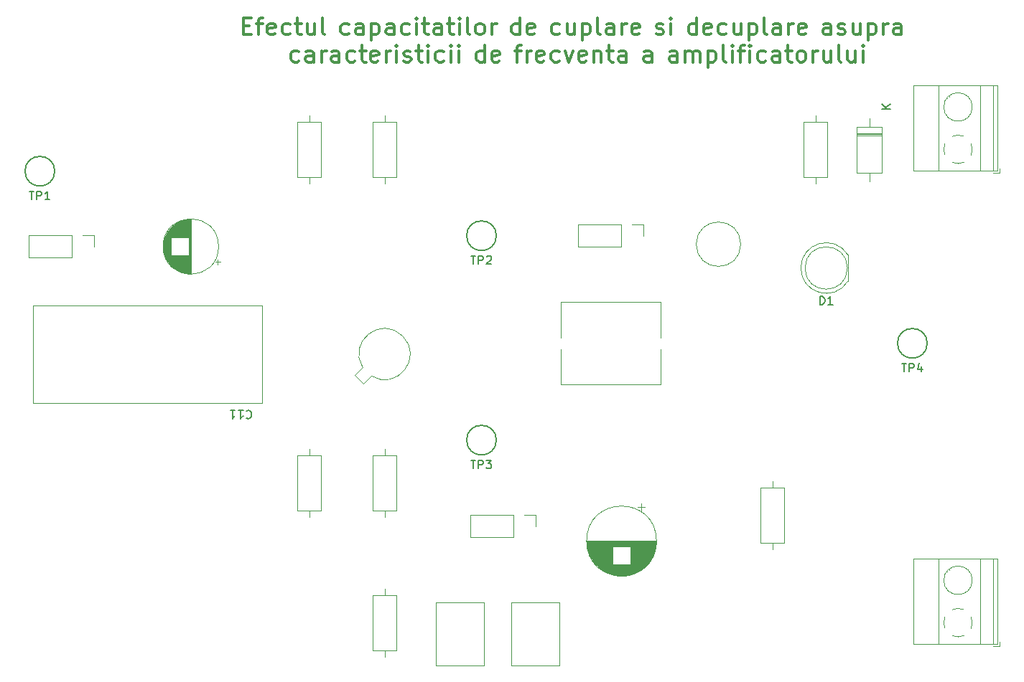
<source format=gbr>
%TF.GenerationSoftware,KiCad,Pcbnew,(7.0.0)*%
%TF.CreationDate,2023-03-04T17:35:51+02:00*%
%TF.ProjectId,Efectul cap de cuplaj si decuplare,45666563-7475-46c2-9063-617020646520,rev?*%
%TF.SameCoordinates,Original*%
%TF.FileFunction,Legend,Top*%
%TF.FilePolarity,Positive*%
%FSLAX46Y46*%
G04 Gerber Fmt 4.6, Leading zero omitted, Abs format (unit mm)*
G04 Created by KiCad (PCBNEW (7.0.0)) date 2023-03-04 17:35:51*
%MOMM*%
%LPD*%
G01*
G04 APERTURE LIST*
%ADD10C,0.300000*%
%ADD11C,0.150000*%
%ADD12C,0.120000*%
%ADD13C,0.050000*%
G04 APERTURE END LIST*
D10*
X134469521Y-47597142D02*
X135136188Y-47597142D01*
X135421902Y-48644761D02*
X134469521Y-48644761D01*
X134469521Y-48644761D02*
X134469521Y-46644761D01*
X134469521Y-46644761D02*
X135421902Y-46644761D01*
X135993331Y-47311428D02*
X136755235Y-47311428D01*
X136279045Y-48644761D02*
X136279045Y-46930476D01*
X136279045Y-46930476D02*
X136374283Y-46740000D01*
X136374283Y-46740000D02*
X136564759Y-46644761D01*
X136564759Y-46644761D02*
X136755235Y-46644761D01*
X138183807Y-48549523D02*
X137993331Y-48644761D01*
X137993331Y-48644761D02*
X137612378Y-48644761D01*
X137612378Y-48644761D02*
X137421902Y-48549523D01*
X137421902Y-48549523D02*
X137326664Y-48359047D01*
X137326664Y-48359047D02*
X137326664Y-47597142D01*
X137326664Y-47597142D02*
X137421902Y-47406666D01*
X137421902Y-47406666D02*
X137612378Y-47311428D01*
X137612378Y-47311428D02*
X137993331Y-47311428D01*
X137993331Y-47311428D02*
X138183807Y-47406666D01*
X138183807Y-47406666D02*
X138279045Y-47597142D01*
X138279045Y-47597142D02*
X138279045Y-47787619D01*
X138279045Y-47787619D02*
X137326664Y-47978095D01*
X139993331Y-48549523D02*
X139802855Y-48644761D01*
X139802855Y-48644761D02*
X139421902Y-48644761D01*
X139421902Y-48644761D02*
X139231426Y-48549523D01*
X139231426Y-48549523D02*
X139136188Y-48454285D01*
X139136188Y-48454285D02*
X139040950Y-48263809D01*
X139040950Y-48263809D02*
X139040950Y-47692380D01*
X139040950Y-47692380D02*
X139136188Y-47501904D01*
X139136188Y-47501904D02*
X139231426Y-47406666D01*
X139231426Y-47406666D02*
X139421902Y-47311428D01*
X139421902Y-47311428D02*
X139802855Y-47311428D01*
X139802855Y-47311428D02*
X139993331Y-47406666D01*
X140564760Y-47311428D02*
X141326664Y-47311428D01*
X140850474Y-46644761D02*
X140850474Y-48359047D01*
X140850474Y-48359047D02*
X140945712Y-48549523D01*
X140945712Y-48549523D02*
X141136188Y-48644761D01*
X141136188Y-48644761D02*
X141326664Y-48644761D01*
X142850474Y-47311428D02*
X142850474Y-48644761D01*
X141993331Y-47311428D02*
X141993331Y-48359047D01*
X141993331Y-48359047D02*
X142088569Y-48549523D01*
X142088569Y-48549523D02*
X142279045Y-48644761D01*
X142279045Y-48644761D02*
X142564760Y-48644761D01*
X142564760Y-48644761D02*
X142755236Y-48549523D01*
X142755236Y-48549523D02*
X142850474Y-48454285D01*
X144088569Y-48644761D02*
X143898093Y-48549523D01*
X143898093Y-48549523D02*
X143802855Y-48359047D01*
X143802855Y-48359047D02*
X143802855Y-46644761D01*
X146907617Y-48549523D02*
X146717141Y-48644761D01*
X146717141Y-48644761D02*
X146336188Y-48644761D01*
X146336188Y-48644761D02*
X146145712Y-48549523D01*
X146145712Y-48549523D02*
X146050474Y-48454285D01*
X146050474Y-48454285D02*
X145955236Y-48263809D01*
X145955236Y-48263809D02*
X145955236Y-47692380D01*
X145955236Y-47692380D02*
X146050474Y-47501904D01*
X146050474Y-47501904D02*
X146145712Y-47406666D01*
X146145712Y-47406666D02*
X146336188Y-47311428D01*
X146336188Y-47311428D02*
X146717141Y-47311428D01*
X146717141Y-47311428D02*
X146907617Y-47406666D01*
X148621903Y-48644761D02*
X148621903Y-47597142D01*
X148621903Y-47597142D02*
X148526665Y-47406666D01*
X148526665Y-47406666D02*
X148336189Y-47311428D01*
X148336189Y-47311428D02*
X147955236Y-47311428D01*
X147955236Y-47311428D02*
X147764760Y-47406666D01*
X148621903Y-48549523D02*
X148431427Y-48644761D01*
X148431427Y-48644761D02*
X147955236Y-48644761D01*
X147955236Y-48644761D02*
X147764760Y-48549523D01*
X147764760Y-48549523D02*
X147669522Y-48359047D01*
X147669522Y-48359047D02*
X147669522Y-48168571D01*
X147669522Y-48168571D02*
X147764760Y-47978095D01*
X147764760Y-47978095D02*
X147955236Y-47882857D01*
X147955236Y-47882857D02*
X148431427Y-47882857D01*
X148431427Y-47882857D02*
X148621903Y-47787619D01*
X149574284Y-47311428D02*
X149574284Y-49311428D01*
X149574284Y-47406666D02*
X149764760Y-47311428D01*
X149764760Y-47311428D02*
X150145713Y-47311428D01*
X150145713Y-47311428D02*
X150336189Y-47406666D01*
X150336189Y-47406666D02*
X150431427Y-47501904D01*
X150431427Y-47501904D02*
X150526665Y-47692380D01*
X150526665Y-47692380D02*
X150526665Y-48263809D01*
X150526665Y-48263809D02*
X150431427Y-48454285D01*
X150431427Y-48454285D02*
X150336189Y-48549523D01*
X150336189Y-48549523D02*
X150145713Y-48644761D01*
X150145713Y-48644761D02*
X149764760Y-48644761D01*
X149764760Y-48644761D02*
X149574284Y-48549523D01*
X152240951Y-48644761D02*
X152240951Y-47597142D01*
X152240951Y-47597142D02*
X152145713Y-47406666D01*
X152145713Y-47406666D02*
X151955237Y-47311428D01*
X151955237Y-47311428D02*
X151574284Y-47311428D01*
X151574284Y-47311428D02*
X151383808Y-47406666D01*
X152240951Y-48549523D02*
X152050475Y-48644761D01*
X152050475Y-48644761D02*
X151574284Y-48644761D01*
X151574284Y-48644761D02*
X151383808Y-48549523D01*
X151383808Y-48549523D02*
X151288570Y-48359047D01*
X151288570Y-48359047D02*
X151288570Y-48168571D01*
X151288570Y-48168571D02*
X151383808Y-47978095D01*
X151383808Y-47978095D02*
X151574284Y-47882857D01*
X151574284Y-47882857D02*
X152050475Y-47882857D01*
X152050475Y-47882857D02*
X152240951Y-47787619D01*
X154050475Y-48549523D02*
X153859999Y-48644761D01*
X153859999Y-48644761D02*
X153479046Y-48644761D01*
X153479046Y-48644761D02*
X153288570Y-48549523D01*
X153288570Y-48549523D02*
X153193332Y-48454285D01*
X153193332Y-48454285D02*
X153098094Y-48263809D01*
X153098094Y-48263809D02*
X153098094Y-47692380D01*
X153098094Y-47692380D02*
X153193332Y-47501904D01*
X153193332Y-47501904D02*
X153288570Y-47406666D01*
X153288570Y-47406666D02*
X153479046Y-47311428D01*
X153479046Y-47311428D02*
X153859999Y-47311428D01*
X153859999Y-47311428D02*
X154050475Y-47406666D01*
X154907618Y-48644761D02*
X154907618Y-47311428D01*
X154907618Y-46644761D02*
X154812380Y-46740000D01*
X154812380Y-46740000D02*
X154907618Y-46835238D01*
X154907618Y-46835238D02*
X155002856Y-46740000D01*
X155002856Y-46740000D02*
X154907618Y-46644761D01*
X154907618Y-46644761D02*
X154907618Y-46835238D01*
X155574285Y-47311428D02*
X156336189Y-47311428D01*
X155859999Y-46644761D02*
X155859999Y-48359047D01*
X155859999Y-48359047D02*
X155955237Y-48549523D01*
X155955237Y-48549523D02*
X156145713Y-48644761D01*
X156145713Y-48644761D02*
X156336189Y-48644761D01*
X157859999Y-48644761D02*
X157859999Y-47597142D01*
X157859999Y-47597142D02*
X157764761Y-47406666D01*
X157764761Y-47406666D02*
X157574285Y-47311428D01*
X157574285Y-47311428D02*
X157193332Y-47311428D01*
X157193332Y-47311428D02*
X157002856Y-47406666D01*
X157859999Y-48549523D02*
X157669523Y-48644761D01*
X157669523Y-48644761D02*
X157193332Y-48644761D01*
X157193332Y-48644761D02*
X157002856Y-48549523D01*
X157002856Y-48549523D02*
X156907618Y-48359047D01*
X156907618Y-48359047D02*
X156907618Y-48168571D01*
X156907618Y-48168571D02*
X157002856Y-47978095D01*
X157002856Y-47978095D02*
X157193332Y-47882857D01*
X157193332Y-47882857D02*
X157669523Y-47882857D01*
X157669523Y-47882857D02*
X157859999Y-47787619D01*
X158526666Y-47311428D02*
X159288570Y-47311428D01*
X158812380Y-46644761D02*
X158812380Y-48359047D01*
X158812380Y-48359047D02*
X158907618Y-48549523D01*
X158907618Y-48549523D02*
X159098094Y-48644761D01*
X159098094Y-48644761D02*
X159288570Y-48644761D01*
X159955237Y-48644761D02*
X159955237Y-47311428D01*
X159955237Y-46644761D02*
X159859999Y-46740000D01*
X159859999Y-46740000D02*
X159955237Y-46835238D01*
X159955237Y-46835238D02*
X160050475Y-46740000D01*
X160050475Y-46740000D02*
X159955237Y-46644761D01*
X159955237Y-46644761D02*
X159955237Y-46835238D01*
X161193332Y-48644761D02*
X161002856Y-48549523D01*
X161002856Y-48549523D02*
X160907618Y-48359047D01*
X160907618Y-48359047D02*
X160907618Y-46644761D01*
X162240951Y-48644761D02*
X162050475Y-48549523D01*
X162050475Y-48549523D02*
X161955237Y-48454285D01*
X161955237Y-48454285D02*
X161859999Y-48263809D01*
X161859999Y-48263809D02*
X161859999Y-47692380D01*
X161859999Y-47692380D02*
X161955237Y-47501904D01*
X161955237Y-47501904D02*
X162050475Y-47406666D01*
X162050475Y-47406666D02*
X162240951Y-47311428D01*
X162240951Y-47311428D02*
X162526666Y-47311428D01*
X162526666Y-47311428D02*
X162717142Y-47406666D01*
X162717142Y-47406666D02*
X162812380Y-47501904D01*
X162812380Y-47501904D02*
X162907618Y-47692380D01*
X162907618Y-47692380D02*
X162907618Y-48263809D01*
X162907618Y-48263809D02*
X162812380Y-48454285D01*
X162812380Y-48454285D02*
X162717142Y-48549523D01*
X162717142Y-48549523D02*
X162526666Y-48644761D01*
X162526666Y-48644761D02*
X162240951Y-48644761D01*
X163764761Y-48644761D02*
X163764761Y-47311428D01*
X163764761Y-47692380D02*
X163859999Y-47501904D01*
X163859999Y-47501904D02*
X163955237Y-47406666D01*
X163955237Y-47406666D02*
X164145713Y-47311428D01*
X164145713Y-47311428D02*
X164336190Y-47311428D01*
X167059999Y-48644761D02*
X167059999Y-46644761D01*
X167059999Y-48549523D02*
X166869523Y-48644761D01*
X166869523Y-48644761D02*
X166488570Y-48644761D01*
X166488570Y-48644761D02*
X166298094Y-48549523D01*
X166298094Y-48549523D02*
X166202856Y-48454285D01*
X166202856Y-48454285D02*
X166107618Y-48263809D01*
X166107618Y-48263809D02*
X166107618Y-47692380D01*
X166107618Y-47692380D02*
X166202856Y-47501904D01*
X166202856Y-47501904D02*
X166298094Y-47406666D01*
X166298094Y-47406666D02*
X166488570Y-47311428D01*
X166488570Y-47311428D02*
X166869523Y-47311428D01*
X166869523Y-47311428D02*
X167059999Y-47406666D01*
X168774285Y-48549523D02*
X168583809Y-48644761D01*
X168583809Y-48644761D02*
X168202856Y-48644761D01*
X168202856Y-48644761D02*
X168012380Y-48549523D01*
X168012380Y-48549523D02*
X167917142Y-48359047D01*
X167917142Y-48359047D02*
X167917142Y-47597142D01*
X167917142Y-47597142D02*
X168012380Y-47406666D01*
X168012380Y-47406666D02*
X168202856Y-47311428D01*
X168202856Y-47311428D02*
X168583809Y-47311428D01*
X168583809Y-47311428D02*
X168774285Y-47406666D01*
X168774285Y-47406666D02*
X168869523Y-47597142D01*
X168869523Y-47597142D02*
X168869523Y-47787619D01*
X168869523Y-47787619D02*
X167917142Y-47978095D01*
X171783809Y-48549523D02*
X171593333Y-48644761D01*
X171593333Y-48644761D02*
X171212380Y-48644761D01*
X171212380Y-48644761D02*
X171021904Y-48549523D01*
X171021904Y-48549523D02*
X170926666Y-48454285D01*
X170926666Y-48454285D02*
X170831428Y-48263809D01*
X170831428Y-48263809D02*
X170831428Y-47692380D01*
X170831428Y-47692380D02*
X170926666Y-47501904D01*
X170926666Y-47501904D02*
X171021904Y-47406666D01*
X171021904Y-47406666D02*
X171212380Y-47311428D01*
X171212380Y-47311428D02*
X171593333Y-47311428D01*
X171593333Y-47311428D02*
X171783809Y-47406666D01*
X173498095Y-47311428D02*
X173498095Y-48644761D01*
X172640952Y-47311428D02*
X172640952Y-48359047D01*
X172640952Y-48359047D02*
X172736190Y-48549523D01*
X172736190Y-48549523D02*
X172926666Y-48644761D01*
X172926666Y-48644761D02*
X173212381Y-48644761D01*
X173212381Y-48644761D02*
X173402857Y-48549523D01*
X173402857Y-48549523D02*
X173498095Y-48454285D01*
X174450476Y-47311428D02*
X174450476Y-49311428D01*
X174450476Y-47406666D02*
X174640952Y-47311428D01*
X174640952Y-47311428D02*
X175021905Y-47311428D01*
X175021905Y-47311428D02*
X175212381Y-47406666D01*
X175212381Y-47406666D02*
X175307619Y-47501904D01*
X175307619Y-47501904D02*
X175402857Y-47692380D01*
X175402857Y-47692380D02*
X175402857Y-48263809D01*
X175402857Y-48263809D02*
X175307619Y-48454285D01*
X175307619Y-48454285D02*
X175212381Y-48549523D01*
X175212381Y-48549523D02*
X175021905Y-48644761D01*
X175021905Y-48644761D02*
X174640952Y-48644761D01*
X174640952Y-48644761D02*
X174450476Y-48549523D01*
X176545714Y-48644761D02*
X176355238Y-48549523D01*
X176355238Y-48549523D02*
X176260000Y-48359047D01*
X176260000Y-48359047D02*
X176260000Y-46644761D01*
X178164762Y-48644761D02*
X178164762Y-47597142D01*
X178164762Y-47597142D02*
X178069524Y-47406666D01*
X178069524Y-47406666D02*
X177879048Y-47311428D01*
X177879048Y-47311428D02*
X177498095Y-47311428D01*
X177498095Y-47311428D02*
X177307619Y-47406666D01*
X178164762Y-48549523D02*
X177974286Y-48644761D01*
X177974286Y-48644761D02*
X177498095Y-48644761D01*
X177498095Y-48644761D02*
X177307619Y-48549523D01*
X177307619Y-48549523D02*
X177212381Y-48359047D01*
X177212381Y-48359047D02*
X177212381Y-48168571D01*
X177212381Y-48168571D02*
X177307619Y-47978095D01*
X177307619Y-47978095D02*
X177498095Y-47882857D01*
X177498095Y-47882857D02*
X177974286Y-47882857D01*
X177974286Y-47882857D02*
X178164762Y-47787619D01*
X179117143Y-48644761D02*
X179117143Y-47311428D01*
X179117143Y-47692380D02*
X179212381Y-47501904D01*
X179212381Y-47501904D02*
X179307619Y-47406666D01*
X179307619Y-47406666D02*
X179498095Y-47311428D01*
X179498095Y-47311428D02*
X179688572Y-47311428D01*
X181117143Y-48549523D02*
X180926667Y-48644761D01*
X180926667Y-48644761D02*
X180545714Y-48644761D01*
X180545714Y-48644761D02*
X180355238Y-48549523D01*
X180355238Y-48549523D02*
X180260000Y-48359047D01*
X180260000Y-48359047D02*
X180260000Y-47597142D01*
X180260000Y-47597142D02*
X180355238Y-47406666D01*
X180355238Y-47406666D02*
X180545714Y-47311428D01*
X180545714Y-47311428D02*
X180926667Y-47311428D01*
X180926667Y-47311428D02*
X181117143Y-47406666D01*
X181117143Y-47406666D02*
X181212381Y-47597142D01*
X181212381Y-47597142D02*
X181212381Y-47787619D01*
X181212381Y-47787619D02*
X180260000Y-47978095D01*
X183174286Y-48549523D02*
X183364762Y-48644761D01*
X183364762Y-48644761D02*
X183745714Y-48644761D01*
X183745714Y-48644761D02*
X183936191Y-48549523D01*
X183936191Y-48549523D02*
X184031429Y-48359047D01*
X184031429Y-48359047D02*
X184031429Y-48263809D01*
X184031429Y-48263809D02*
X183936191Y-48073333D01*
X183936191Y-48073333D02*
X183745714Y-47978095D01*
X183745714Y-47978095D02*
X183460000Y-47978095D01*
X183460000Y-47978095D02*
X183269524Y-47882857D01*
X183269524Y-47882857D02*
X183174286Y-47692380D01*
X183174286Y-47692380D02*
X183174286Y-47597142D01*
X183174286Y-47597142D02*
X183269524Y-47406666D01*
X183269524Y-47406666D02*
X183460000Y-47311428D01*
X183460000Y-47311428D02*
X183745714Y-47311428D01*
X183745714Y-47311428D02*
X183936191Y-47406666D01*
X184888572Y-48644761D02*
X184888572Y-47311428D01*
X184888572Y-46644761D02*
X184793334Y-46740000D01*
X184793334Y-46740000D02*
X184888572Y-46835238D01*
X184888572Y-46835238D02*
X184983810Y-46740000D01*
X184983810Y-46740000D02*
X184888572Y-46644761D01*
X184888572Y-46644761D02*
X184888572Y-46835238D01*
X187898096Y-48644761D02*
X187898096Y-46644761D01*
X187898096Y-48549523D02*
X187707620Y-48644761D01*
X187707620Y-48644761D02*
X187326667Y-48644761D01*
X187326667Y-48644761D02*
X187136191Y-48549523D01*
X187136191Y-48549523D02*
X187040953Y-48454285D01*
X187040953Y-48454285D02*
X186945715Y-48263809D01*
X186945715Y-48263809D02*
X186945715Y-47692380D01*
X186945715Y-47692380D02*
X187040953Y-47501904D01*
X187040953Y-47501904D02*
X187136191Y-47406666D01*
X187136191Y-47406666D02*
X187326667Y-47311428D01*
X187326667Y-47311428D02*
X187707620Y-47311428D01*
X187707620Y-47311428D02*
X187898096Y-47406666D01*
X189612382Y-48549523D02*
X189421906Y-48644761D01*
X189421906Y-48644761D02*
X189040953Y-48644761D01*
X189040953Y-48644761D02*
X188850477Y-48549523D01*
X188850477Y-48549523D02*
X188755239Y-48359047D01*
X188755239Y-48359047D02*
X188755239Y-47597142D01*
X188755239Y-47597142D02*
X188850477Y-47406666D01*
X188850477Y-47406666D02*
X189040953Y-47311428D01*
X189040953Y-47311428D02*
X189421906Y-47311428D01*
X189421906Y-47311428D02*
X189612382Y-47406666D01*
X189612382Y-47406666D02*
X189707620Y-47597142D01*
X189707620Y-47597142D02*
X189707620Y-47787619D01*
X189707620Y-47787619D02*
X188755239Y-47978095D01*
X191421906Y-48549523D02*
X191231430Y-48644761D01*
X191231430Y-48644761D02*
X190850477Y-48644761D01*
X190850477Y-48644761D02*
X190660001Y-48549523D01*
X190660001Y-48549523D02*
X190564763Y-48454285D01*
X190564763Y-48454285D02*
X190469525Y-48263809D01*
X190469525Y-48263809D02*
X190469525Y-47692380D01*
X190469525Y-47692380D02*
X190564763Y-47501904D01*
X190564763Y-47501904D02*
X190660001Y-47406666D01*
X190660001Y-47406666D02*
X190850477Y-47311428D01*
X190850477Y-47311428D02*
X191231430Y-47311428D01*
X191231430Y-47311428D02*
X191421906Y-47406666D01*
X193136192Y-47311428D02*
X193136192Y-48644761D01*
X192279049Y-47311428D02*
X192279049Y-48359047D01*
X192279049Y-48359047D02*
X192374287Y-48549523D01*
X192374287Y-48549523D02*
X192564763Y-48644761D01*
X192564763Y-48644761D02*
X192850478Y-48644761D01*
X192850478Y-48644761D02*
X193040954Y-48549523D01*
X193040954Y-48549523D02*
X193136192Y-48454285D01*
X194088573Y-47311428D02*
X194088573Y-49311428D01*
X194088573Y-47406666D02*
X194279049Y-47311428D01*
X194279049Y-47311428D02*
X194660002Y-47311428D01*
X194660002Y-47311428D02*
X194850478Y-47406666D01*
X194850478Y-47406666D02*
X194945716Y-47501904D01*
X194945716Y-47501904D02*
X195040954Y-47692380D01*
X195040954Y-47692380D02*
X195040954Y-48263809D01*
X195040954Y-48263809D02*
X194945716Y-48454285D01*
X194945716Y-48454285D02*
X194850478Y-48549523D01*
X194850478Y-48549523D02*
X194660002Y-48644761D01*
X194660002Y-48644761D02*
X194279049Y-48644761D01*
X194279049Y-48644761D02*
X194088573Y-48549523D01*
X196183811Y-48644761D02*
X195993335Y-48549523D01*
X195993335Y-48549523D02*
X195898097Y-48359047D01*
X195898097Y-48359047D02*
X195898097Y-46644761D01*
X197802859Y-48644761D02*
X197802859Y-47597142D01*
X197802859Y-47597142D02*
X197707621Y-47406666D01*
X197707621Y-47406666D02*
X197517145Y-47311428D01*
X197517145Y-47311428D02*
X197136192Y-47311428D01*
X197136192Y-47311428D02*
X196945716Y-47406666D01*
X197802859Y-48549523D02*
X197612383Y-48644761D01*
X197612383Y-48644761D02*
X197136192Y-48644761D01*
X197136192Y-48644761D02*
X196945716Y-48549523D01*
X196945716Y-48549523D02*
X196850478Y-48359047D01*
X196850478Y-48359047D02*
X196850478Y-48168571D01*
X196850478Y-48168571D02*
X196945716Y-47978095D01*
X196945716Y-47978095D02*
X197136192Y-47882857D01*
X197136192Y-47882857D02*
X197612383Y-47882857D01*
X197612383Y-47882857D02*
X197802859Y-47787619D01*
X198755240Y-48644761D02*
X198755240Y-47311428D01*
X198755240Y-47692380D02*
X198850478Y-47501904D01*
X198850478Y-47501904D02*
X198945716Y-47406666D01*
X198945716Y-47406666D02*
X199136192Y-47311428D01*
X199136192Y-47311428D02*
X199326669Y-47311428D01*
X200755240Y-48549523D02*
X200564764Y-48644761D01*
X200564764Y-48644761D02*
X200183811Y-48644761D01*
X200183811Y-48644761D02*
X199993335Y-48549523D01*
X199993335Y-48549523D02*
X199898097Y-48359047D01*
X199898097Y-48359047D02*
X199898097Y-47597142D01*
X199898097Y-47597142D02*
X199993335Y-47406666D01*
X199993335Y-47406666D02*
X200183811Y-47311428D01*
X200183811Y-47311428D02*
X200564764Y-47311428D01*
X200564764Y-47311428D02*
X200755240Y-47406666D01*
X200755240Y-47406666D02*
X200850478Y-47597142D01*
X200850478Y-47597142D02*
X200850478Y-47787619D01*
X200850478Y-47787619D02*
X199898097Y-47978095D01*
X203764764Y-48644761D02*
X203764764Y-47597142D01*
X203764764Y-47597142D02*
X203669526Y-47406666D01*
X203669526Y-47406666D02*
X203479050Y-47311428D01*
X203479050Y-47311428D02*
X203098097Y-47311428D01*
X203098097Y-47311428D02*
X202907621Y-47406666D01*
X203764764Y-48549523D02*
X203574288Y-48644761D01*
X203574288Y-48644761D02*
X203098097Y-48644761D01*
X203098097Y-48644761D02*
X202907621Y-48549523D01*
X202907621Y-48549523D02*
X202812383Y-48359047D01*
X202812383Y-48359047D02*
X202812383Y-48168571D01*
X202812383Y-48168571D02*
X202907621Y-47978095D01*
X202907621Y-47978095D02*
X203098097Y-47882857D01*
X203098097Y-47882857D02*
X203574288Y-47882857D01*
X203574288Y-47882857D02*
X203764764Y-47787619D01*
X204621907Y-48549523D02*
X204812383Y-48644761D01*
X204812383Y-48644761D02*
X205193335Y-48644761D01*
X205193335Y-48644761D02*
X205383812Y-48549523D01*
X205383812Y-48549523D02*
X205479050Y-48359047D01*
X205479050Y-48359047D02*
X205479050Y-48263809D01*
X205479050Y-48263809D02*
X205383812Y-48073333D01*
X205383812Y-48073333D02*
X205193335Y-47978095D01*
X205193335Y-47978095D02*
X204907621Y-47978095D01*
X204907621Y-47978095D02*
X204717145Y-47882857D01*
X204717145Y-47882857D02*
X204621907Y-47692380D01*
X204621907Y-47692380D02*
X204621907Y-47597142D01*
X204621907Y-47597142D02*
X204717145Y-47406666D01*
X204717145Y-47406666D02*
X204907621Y-47311428D01*
X204907621Y-47311428D02*
X205193335Y-47311428D01*
X205193335Y-47311428D02*
X205383812Y-47406666D01*
X207193336Y-47311428D02*
X207193336Y-48644761D01*
X206336193Y-47311428D02*
X206336193Y-48359047D01*
X206336193Y-48359047D02*
X206431431Y-48549523D01*
X206431431Y-48549523D02*
X206621907Y-48644761D01*
X206621907Y-48644761D02*
X206907622Y-48644761D01*
X206907622Y-48644761D02*
X207098098Y-48549523D01*
X207098098Y-48549523D02*
X207193336Y-48454285D01*
X208145717Y-47311428D02*
X208145717Y-49311428D01*
X208145717Y-47406666D02*
X208336193Y-47311428D01*
X208336193Y-47311428D02*
X208717146Y-47311428D01*
X208717146Y-47311428D02*
X208907622Y-47406666D01*
X208907622Y-47406666D02*
X209002860Y-47501904D01*
X209002860Y-47501904D02*
X209098098Y-47692380D01*
X209098098Y-47692380D02*
X209098098Y-48263809D01*
X209098098Y-48263809D02*
X209002860Y-48454285D01*
X209002860Y-48454285D02*
X208907622Y-48549523D01*
X208907622Y-48549523D02*
X208717146Y-48644761D01*
X208717146Y-48644761D02*
X208336193Y-48644761D01*
X208336193Y-48644761D02*
X208145717Y-48549523D01*
X209955241Y-48644761D02*
X209955241Y-47311428D01*
X209955241Y-47692380D02*
X210050479Y-47501904D01*
X210050479Y-47501904D02*
X210145717Y-47406666D01*
X210145717Y-47406666D02*
X210336193Y-47311428D01*
X210336193Y-47311428D02*
X210526670Y-47311428D01*
X212050479Y-48644761D02*
X212050479Y-47597142D01*
X212050479Y-47597142D02*
X211955241Y-47406666D01*
X211955241Y-47406666D02*
X211764765Y-47311428D01*
X211764765Y-47311428D02*
X211383812Y-47311428D01*
X211383812Y-47311428D02*
X211193336Y-47406666D01*
X212050479Y-48549523D02*
X211860003Y-48644761D01*
X211860003Y-48644761D02*
X211383812Y-48644761D01*
X211383812Y-48644761D02*
X211193336Y-48549523D01*
X211193336Y-48549523D02*
X211098098Y-48359047D01*
X211098098Y-48359047D02*
X211098098Y-48168571D01*
X211098098Y-48168571D02*
X211193336Y-47978095D01*
X211193336Y-47978095D02*
X211383812Y-47882857D01*
X211383812Y-47882857D02*
X211860003Y-47882857D01*
X211860003Y-47882857D02*
X212050479Y-47787619D01*
X141031426Y-51789523D02*
X140840950Y-51884761D01*
X140840950Y-51884761D02*
X140459997Y-51884761D01*
X140459997Y-51884761D02*
X140269521Y-51789523D01*
X140269521Y-51789523D02*
X140174283Y-51694285D01*
X140174283Y-51694285D02*
X140079045Y-51503809D01*
X140079045Y-51503809D02*
X140079045Y-50932380D01*
X140079045Y-50932380D02*
X140174283Y-50741904D01*
X140174283Y-50741904D02*
X140269521Y-50646666D01*
X140269521Y-50646666D02*
X140459997Y-50551428D01*
X140459997Y-50551428D02*
X140840950Y-50551428D01*
X140840950Y-50551428D02*
X141031426Y-50646666D01*
X142745712Y-51884761D02*
X142745712Y-50837142D01*
X142745712Y-50837142D02*
X142650474Y-50646666D01*
X142650474Y-50646666D02*
X142459998Y-50551428D01*
X142459998Y-50551428D02*
X142079045Y-50551428D01*
X142079045Y-50551428D02*
X141888569Y-50646666D01*
X142745712Y-51789523D02*
X142555236Y-51884761D01*
X142555236Y-51884761D02*
X142079045Y-51884761D01*
X142079045Y-51884761D02*
X141888569Y-51789523D01*
X141888569Y-51789523D02*
X141793331Y-51599047D01*
X141793331Y-51599047D02*
X141793331Y-51408571D01*
X141793331Y-51408571D02*
X141888569Y-51218095D01*
X141888569Y-51218095D02*
X142079045Y-51122857D01*
X142079045Y-51122857D02*
X142555236Y-51122857D01*
X142555236Y-51122857D02*
X142745712Y-51027619D01*
X143698093Y-51884761D02*
X143698093Y-50551428D01*
X143698093Y-50932380D02*
X143793331Y-50741904D01*
X143793331Y-50741904D02*
X143888569Y-50646666D01*
X143888569Y-50646666D02*
X144079045Y-50551428D01*
X144079045Y-50551428D02*
X144269522Y-50551428D01*
X145793331Y-51884761D02*
X145793331Y-50837142D01*
X145793331Y-50837142D02*
X145698093Y-50646666D01*
X145698093Y-50646666D02*
X145507617Y-50551428D01*
X145507617Y-50551428D02*
X145126664Y-50551428D01*
X145126664Y-50551428D02*
X144936188Y-50646666D01*
X145793331Y-51789523D02*
X145602855Y-51884761D01*
X145602855Y-51884761D02*
X145126664Y-51884761D01*
X145126664Y-51884761D02*
X144936188Y-51789523D01*
X144936188Y-51789523D02*
X144840950Y-51599047D01*
X144840950Y-51599047D02*
X144840950Y-51408571D01*
X144840950Y-51408571D02*
X144936188Y-51218095D01*
X144936188Y-51218095D02*
X145126664Y-51122857D01*
X145126664Y-51122857D02*
X145602855Y-51122857D01*
X145602855Y-51122857D02*
X145793331Y-51027619D01*
X147602855Y-51789523D02*
X147412379Y-51884761D01*
X147412379Y-51884761D02*
X147031426Y-51884761D01*
X147031426Y-51884761D02*
X146840950Y-51789523D01*
X146840950Y-51789523D02*
X146745712Y-51694285D01*
X146745712Y-51694285D02*
X146650474Y-51503809D01*
X146650474Y-51503809D02*
X146650474Y-50932380D01*
X146650474Y-50932380D02*
X146745712Y-50741904D01*
X146745712Y-50741904D02*
X146840950Y-50646666D01*
X146840950Y-50646666D02*
X147031426Y-50551428D01*
X147031426Y-50551428D02*
X147412379Y-50551428D01*
X147412379Y-50551428D02*
X147602855Y-50646666D01*
X148174284Y-50551428D02*
X148936188Y-50551428D01*
X148459998Y-49884761D02*
X148459998Y-51599047D01*
X148459998Y-51599047D02*
X148555236Y-51789523D01*
X148555236Y-51789523D02*
X148745712Y-51884761D01*
X148745712Y-51884761D02*
X148936188Y-51884761D01*
X150364760Y-51789523D02*
X150174284Y-51884761D01*
X150174284Y-51884761D02*
X149793331Y-51884761D01*
X149793331Y-51884761D02*
X149602855Y-51789523D01*
X149602855Y-51789523D02*
X149507617Y-51599047D01*
X149507617Y-51599047D02*
X149507617Y-50837142D01*
X149507617Y-50837142D02*
X149602855Y-50646666D01*
X149602855Y-50646666D02*
X149793331Y-50551428D01*
X149793331Y-50551428D02*
X150174284Y-50551428D01*
X150174284Y-50551428D02*
X150364760Y-50646666D01*
X150364760Y-50646666D02*
X150459998Y-50837142D01*
X150459998Y-50837142D02*
X150459998Y-51027619D01*
X150459998Y-51027619D02*
X149507617Y-51218095D01*
X151317141Y-51884761D02*
X151317141Y-50551428D01*
X151317141Y-50932380D02*
X151412379Y-50741904D01*
X151412379Y-50741904D02*
X151507617Y-50646666D01*
X151507617Y-50646666D02*
X151698093Y-50551428D01*
X151698093Y-50551428D02*
X151888570Y-50551428D01*
X152555236Y-51884761D02*
X152555236Y-50551428D01*
X152555236Y-49884761D02*
X152459998Y-49980000D01*
X152459998Y-49980000D02*
X152555236Y-50075238D01*
X152555236Y-50075238D02*
X152650474Y-49980000D01*
X152650474Y-49980000D02*
X152555236Y-49884761D01*
X152555236Y-49884761D02*
X152555236Y-50075238D01*
X153412379Y-51789523D02*
X153602855Y-51884761D01*
X153602855Y-51884761D02*
X153983807Y-51884761D01*
X153983807Y-51884761D02*
X154174284Y-51789523D01*
X154174284Y-51789523D02*
X154269522Y-51599047D01*
X154269522Y-51599047D02*
X154269522Y-51503809D01*
X154269522Y-51503809D02*
X154174284Y-51313333D01*
X154174284Y-51313333D02*
X153983807Y-51218095D01*
X153983807Y-51218095D02*
X153698093Y-51218095D01*
X153698093Y-51218095D02*
X153507617Y-51122857D01*
X153507617Y-51122857D02*
X153412379Y-50932380D01*
X153412379Y-50932380D02*
X153412379Y-50837142D01*
X153412379Y-50837142D02*
X153507617Y-50646666D01*
X153507617Y-50646666D02*
X153698093Y-50551428D01*
X153698093Y-50551428D02*
X153983807Y-50551428D01*
X153983807Y-50551428D02*
X154174284Y-50646666D01*
X154840951Y-50551428D02*
X155602855Y-50551428D01*
X155126665Y-49884761D02*
X155126665Y-51599047D01*
X155126665Y-51599047D02*
X155221903Y-51789523D01*
X155221903Y-51789523D02*
X155412379Y-51884761D01*
X155412379Y-51884761D02*
X155602855Y-51884761D01*
X156269522Y-51884761D02*
X156269522Y-50551428D01*
X156269522Y-49884761D02*
X156174284Y-49980000D01*
X156174284Y-49980000D02*
X156269522Y-50075238D01*
X156269522Y-50075238D02*
X156364760Y-49980000D01*
X156364760Y-49980000D02*
X156269522Y-49884761D01*
X156269522Y-49884761D02*
X156269522Y-50075238D01*
X158079046Y-51789523D02*
X157888570Y-51884761D01*
X157888570Y-51884761D02*
X157507617Y-51884761D01*
X157507617Y-51884761D02*
X157317141Y-51789523D01*
X157317141Y-51789523D02*
X157221903Y-51694285D01*
X157221903Y-51694285D02*
X157126665Y-51503809D01*
X157126665Y-51503809D02*
X157126665Y-50932380D01*
X157126665Y-50932380D02*
X157221903Y-50741904D01*
X157221903Y-50741904D02*
X157317141Y-50646666D01*
X157317141Y-50646666D02*
X157507617Y-50551428D01*
X157507617Y-50551428D02*
X157888570Y-50551428D01*
X157888570Y-50551428D02*
X158079046Y-50646666D01*
X158936189Y-51884761D02*
X158936189Y-50551428D01*
X158936189Y-49884761D02*
X158840951Y-49980000D01*
X158840951Y-49980000D02*
X158936189Y-50075238D01*
X158936189Y-50075238D02*
X159031427Y-49980000D01*
X159031427Y-49980000D02*
X158936189Y-49884761D01*
X158936189Y-49884761D02*
X158936189Y-50075238D01*
X159888570Y-51884761D02*
X159888570Y-50551428D01*
X159888570Y-49884761D02*
X159793332Y-49980000D01*
X159793332Y-49980000D02*
X159888570Y-50075238D01*
X159888570Y-50075238D02*
X159983808Y-49980000D01*
X159983808Y-49980000D02*
X159888570Y-49884761D01*
X159888570Y-49884761D02*
X159888570Y-50075238D01*
X162898094Y-51884761D02*
X162898094Y-49884761D01*
X162898094Y-51789523D02*
X162707618Y-51884761D01*
X162707618Y-51884761D02*
X162326665Y-51884761D01*
X162326665Y-51884761D02*
X162136189Y-51789523D01*
X162136189Y-51789523D02*
X162040951Y-51694285D01*
X162040951Y-51694285D02*
X161945713Y-51503809D01*
X161945713Y-51503809D02*
X161945713Y-50932380D01*
X161945713Y-50932380D02*
X162040951Y-50741904D01*
X162040951Y-50741904D02*
X162136189Y-50646666D01*
X162136189Y-50646666D02*
X162326665Y-50551428D01*
X162326665Y-50551428D02*
X162707618Y-50551428D01*
X162707618Y-50551428D02*
X162898094Y-50646666D01*
X164612380Y-51789523D02*
X164421904Y-51884761D01*
X164421904Y-51884761D02*
X164040951Y-51884761D01*
X164040951Y-51884761D02*
X163850475Y-51789523D01*
X163850475Y-51789523D02*
X163755237Y-51599047D01*
X163755237Y-51599047D02*
X163755237Y-50837142D01*
X163755237Y-50837142D02*
X163850475Y-50646666D01*
X163850475Y-50646666D02*
X164040951Y-50551428D01*
X164040951Y-50551428D02*
X164421904Y-50551428D01*
X164421904Y-50551428D02*
X164612380Y-50646666D01*
X164612380Y-50646666D02*
X164707618Y-50837142D01*
X164707618Y-50837142D02*
X164707618Y-51027619D01*
X164707618Y-51027619D02*
X163755237Y-51218095D01*
X166479047Y-50551428D02*
X167240951Y-50551428D01*
X166764761Y-51884761D02*
X166764761Y-50170476D01*
X166764761Y-50170476D02*
X166859999Y-49980000D01*
X166859999Y-49980000D02*
X167050475Y-49884761D01*
X167050475Y-49884761D02*
X167240951Y-49884761D01*
X167907618Y-51884761D02*
X167907618Y-50551428D01*
X167907618Y-50932380D02*
X168002856Y-50741904D01*
X168002856Y-50741904D02*
X168098094Y-50646666D01*
X168098094Y-50646666D02*
X168288570Y-50551428D01*
X168288570Y-50551428D02*
X168479047Y-50551428D01*
X169907618Y-51789523D02*
X169717142Y-51884761D01*
X169717142Y-51884761D02*
X169336189Y-51884761D01*
X169336189Y-51884761D02*
X169145713Y-51789523D01*
X169145713Y-51789523D02*
X169050475Y-51599047D01*
X169050475Y-51599047D02*
X169050475Y-50837142D01*
X169050475Y-50837142D02*
X169145713Y-50646666D01*
X169145713Y-50646666D02*
X169336189Y-50551428D01*
X169336189Y-50551428D02*
X169717142Y-50551428D01*
X169717142Y-50551428D02*
X169907618Y-50646666D01*
X169907618Y-50646666D02*
X170002856Y-50837142D01*
X170002856Y-50837142D02*
X170002856Y-51027619D01*
X170002856Y-51027619D02*
X169050475Y-51218095D01*
X171717142Y-51789523D02*
X171526666Y-51884761D01*
X171526666Y-51884761D02*
X171145713Y-51884761D01*
X171145713Y-51884761D02*
X170955237Y-51789523D01*
X170955237Y-51789523D02*
X170859999Y-51694285D01*
X170859999Y-51694285D02*
X170764761Y-51503809D01*
X170764761Y-51503809D02*
X170764761Y-50932380D01*
X170764761Y-50932380D02*
X170859999Y-50741904D01*
X170859999Y-50741904D02*
X170955237Y-50646666D01*
X170955237Y-50646666D02*
X171145713Y-50551428D01*
X171145713Y-50551428D02*
X171526666Y-50551428D01*
X171526666Y-50551428D02*
X171717142Y-50646666D01*
X172383809Y-50551428D02*
X172859999Y-51884761D01*
X172859999Y-51884761D02*
X173336190Y-50551428D01*
X174860000Y-51789523D02*
X174669524Y-51884761D01*
X174669524Y-51884761D02*
X174288571Y-51884761D01*
X174288571Y-51884761D02*
X174098095Y-51789523D01*
X174098095Y-51789523D02*
X174002857Y-51599047D01*
X174002857Y-51599047D02*
X174002857Y-50837142D01*
X174002857Y-50837142D02*
X174098095Y-50646666D01*
X174098095Y-50646666D02*
X174288571Y-50551428D01*
X174288571Y-50551428D02*
X174669524Y-50551428D01*
X174669524Y-50551428D02*
X174860000Y-50646666D01*
X174860000Y-50646666D02*
X174955238Y-50837142D01*
X174955238Y-50837142D02*
X174955238Y-51027619D01*
X174955238Y-51027619D02*
X174002857Y-51218095D01*
X175812381Y-50551428D02*
X175812381Y-51884761D01*
X175812381Y-50741904D02*
X175907619Y-50646666D01*
X175907619Y-50646666D02*
X176098095Y-50551428D01*
X176098095Y-50551428D02*
X176383810Y-50551428D01*
X176383810Y-50551428D02*
X176574286Y-50646666D01*
X176574286Y-50646666D02*
X176669524Y-50837142D01*
X176669524Y-50837142D02*
X176669524Y-51884761D01*
X177336191Y-50551428D02*
X178098095Y-50551428D01*
X177621905Y-49884761D02*
X177621905Y-51599047D01*
X177621905Y-51599047D02*
X177717143Y-51789523D01*
X177717143Y-51789523D02*
X177907619Y-51884761D01*
X177907619Y-51884761D02*
X178098095Y-51884761D01*
X179621905Y-51884761D02*
X179621905Y-50837142D01*
X179621905Y-50837142D02*
X179526667Y-50646666D01*
X179526667Y-50646666D02*
X179336191Y-50551428D01*
X179336191Y-50551428D02*
X178955238Y-50551428D01*
X178955238Y-50551428D02*
X178764762Y-50646666D01*
X179621905Y-51789523D02*
X179431429Y-51884761D01*
X179431429Y-51884761D02*
X178955238Y-51884761D01*
X178955238Y-51884761D02*
X178764762Y-51789523D01*
X178764762Y-51789523D02*
X178669524Y-51599047D01*
X178669524Y-51599047D02*
X178669524Y-51408571D01*
X178669524Y-51408571D02*
X178764762Y-51218095D01*
X178764762Y-51218095D02*
X178955238Y-51122857D01*
X178955238Y-51122857D02*
X179431429Y-51122857D01*
X179431429Y-51122857D02*
X179621905Y-51027619D01*
X182631429Y-51884761D02*
X182631429Y-50837142D01*
X182631429Y-50837142D02*
X182536191Y-50646666D01*
X182536191Y-50646666D02*
X182345715Y-50551428D01*
X182345715Y-50551428D02*
X181964762Y-50551428D01*
X181964762Y-50551428D02*
X181774286Y-50646666D01*
X182631429Y-51789523D02*
X182440953Y-51884761D01*
X182440953Y-51884761D02*
X181964762Y-51884761D01*
X181964762Y-51884761D02*
X181774286Y-51789523D01*
X181774286Y-51789523D02*
X181679048Y-51599047D01*
X181679048Y-51599047D02*
X181679048Y-51408571D01*
X181679048Y-51408571D02*
X181774286Y-51218095D01*
X181774286Y-51218095D02*
X181964762Y-51122857D01*
X181964762Y-51122857D02*
X182440953Y-51122857D01*
X182440953Y-51122857D02*
X182631429Y-51027619D01*
X185640953Y-51884761D02*
X185640953Y-50837142D01*
X185640953Y-50837142D02*
X185545715Y-50646666D01*
X185545715Y-50646666D02*
X185355239Y-50551428D01*
X185355239Y-50551428D02*
X184974286Y-50551428D01*
X184974286Y-50551428D02*
X184783810Y-50646666D01*
X185640953Y-51789523D02*
X185450477Y-51884761D01*
X185450477Y-51884761D02*
X184974286Y-51884761D01*
X184974286Y-51884761D02*
X184783810Y-51789523D01*
X184783810Y-51789523D02*
X184688572Y-51599047D01*
X184688572Y-51599047D02*
X184688572Y-51408571D01*
X184688572Y-51408571D02*
X184783810Y-51218095D01*
X184783810Y-51218095D02*
X184974286Y-51122857D01*
X184974286Y-51122857D02*
X185450477Y-51122857D01*
X185450477Y-51122857D02*
X185640953Y-51027619D01*
X186593334Y-51884761D02*
X186593334Y-50551428D01*
X186593334Y-50741904D02*
X186688572Y-50646666D01*
X186688572Y-50646666D02*
X186879048Y-50551428D01*
X186879048Y-50551428D02*
X187164763Y-50551428D01*
X187164763Y-50551428D02*
X187355239Y-50646666D01*
X187355239Y-50646666D02*
X187450477Y-50837142D01*
X187450477Y-50837142D02*
X187450477Y-51884761D01*
X187450477Y-50837142D02*
X187545715Y-50646666D01*
X187545715Y-50646666D02*
X187736191Y-50551428D01*
X187736191Y-50551428D02*
X188021905Y-50551428D01*
X188021905Y-50551428D02*
X188212382Y-50646666D01*
X188212382Y-50646666D02*
X188307620Y-50837142D01*
X188307620Y-50837142D02*
X188307620Y-51884761D01*
X189260001Y-50551428D02*
X189260001Y-52551428D01*
X189260001Y-50646666D02*
X189450477Y-50551428D01*
X189450477Y-50551428D02*
X189831430Y-50551428D01*
X189831430Y-50551428D02*
X190021906Y-50646666D01*
X190021906Y-50646666D02*
X190117144Y-50741904D01*
X190117144Y-50741904D02*
X190212382Y-50932380D01*
X190212382Y-50932380D02*
X190212382Y-51503809D01*
X190212382Y-51503809D02*
X190117144Y-51694285D01*
X190117144Y-51694285D02*
X190021906Y-51789523D01*
X190021906Y-51789523D02*
X189831430Y-51884761D01*
X189831430Y-51884761D02*
X189450477Y-51884761D01*
X189450477Y-51884761D02*
X189260001Y-51789523D01*
X191355239Y-51884761D02*
X191164763Y-51789523D01*
X191164763Y-51789523D02*
X191069525Y-51599047D01*
X191069525Y-51599047D02*
X191069525Y-49884761D01*
X192117144Y-51884761D02*
X192117144Y-50551428D01*
X192117144Y-49884761D02*
X192021906Y-49980000D01*
X192021906Y-49980000D02*
X192117144Y-50075238D01*
X192117144Y-50075238D02*
X192212382Y-49980000D01*
X192212382Y-49980000D02*
X192117144Y-49884761D01*
X192117144Y-49884761D02*
X192117144Y-50075238D01*
X192783811Y-50551428D02*
X193545715Y-50551428D01*
X193069525Y-51884761D02*
X193069525Y-50170476D01*
X193069525Y-50170476D02*
X193164763Y-49980000D01*
X193164763Y-49980000D02*
X193355239Y-49884761D01*
X193355239Y-49884761D02*
X193545715Y-49884761D01*
X194212382Y-51884761D02*
X194212382Y-50551428D01*
X194212382Y-49884761D02*
X194117144Y-49980000D01*
X194117144Y-49980000D02*
X194212382Y-50075238D01*
X194212382Y-50075238D02*
X194307620Y-49980000D01*
X194307620Y-49980000D02*
X194212382Y-49884761D01*
X194212382Y-49884761D02*
X194212382Y-50075238D01*
X196021906Y-51789523D02*
X195831430Y-51884761D01*
X195831430Y-51884761D02*
X195450477Y-51884761D01*
X195450477Y-51884761D02*
X195260001Y-51789523D01*
X195260001Y-51789523D02*
X195164763Y-51694285D01*
X195164763Y-51694285D02*
X195069525Y-51503809D01*
X195069525Y-51503809D02*
X195069525Y-50932380D01*
X195069525Y-50932380D02*
X195164763Y-50741904D01*
X195164763Y-50741904D02*
X195260001Y-50646666D01*
X195260001Y-50646666D02*
X195450477Y-50551428D01*
X195450477Y-50551428D02*
X195831430Y-50551428D01*
X195831430Y-50551428D02*
X196021906Y-50646666D01*
X197736192Y-51884761D02*
X197736192Y-50837142D01*
X197736192Y-50837142D02*
X197640954Y-50646666D01*
X197640954Y-50646666D02*
X197450478Y-50551428D01*
X197450478Y-50551428D02*
X197069525Y-50551428D01*
X197069525Y-50551428D02*
X196879049Y-50646666D01*
X197736192Y-51789523D02*
X197545716Y-51884761D01*
X197545716Y-51884761D02*
X197069525Y-51884761D01*
X197069525Y-51884761D02*
X196879049Y-51789523D01*
X196879049Y-51789523D02*
X196783811Y-51599047D01*
X196783811Y-51599047D02*
X196783811Y-51408571D01*
X196783811Y-51408571D02*
X196879049Y-51218095D01*
X196879049Y-51218095D02*
X197069525Y-51122857D01*
X197069525Y-51122857D02*
X197545716Y-51122857D01*
X197545716Y-51122857D02*
X197736192Y-51027619D01*
X198402859Y-50551428D02*
X199164763Y-50551428D01*
X198688573Y-49884761D02*
X198688573Y-51599047D01*
X198688573Y-51599047D02*
X198783811Y-51789523D01*
X198783811Y-51789523D02*
X198974287Y-51884761D01*
X198974287Y-51884761D02*
X199164763Y-51884761D01*
X200117144Y-51884761D02*
X199926668Y-51789523D01*
X199926668Y-51789523D02*
X199831430Y-51694285D01*
X199831430Y-51694285D02*
X199736192Y-51503809D01*
X199736192Y-51503809D02*
X199736192Y-50932380D01*
X199736192Y-50932380D02*
X199831430Y-50741904D01*
X199831430Y-50741904D02*
X199926668Y-50646666D01*
X199926668Y-50646666D02*
X200117144Y-50551428D01*
X200117144Y-50551428D02*
X200402859Y-50551428D01*
X200402859Y-50551428D02*
X200593335Y-50646666D01*
X200593335Y-50646666D02*
X200688573Y-50741904D01*
X200688573Y-50741904D02*
X200783811Y-50932380D01*
X200783811Y-50932380D02*
X200783811Y-51503809D01*
X200783811Y-51503809D02*
X200688573Y-51694285D01*
X200688573Y-51694285D02*
X200593335Y-51789523D01*
X200593335Y-51789523D02*
X200402859Y-51884761D01*
X200402859Y-51884761D02*
X200117144Y-51884761D01*
X201640954Y-51884761D02*
X201640954Y-50551428D01*
X201640954Y-50932380D02*
X201736192Y-50741904D01*
X201736192Y-50741904D02*
X201831430Y-50646666D01*
X201831430Y-50646666D02*
X202021906Y-50551428D01*
X202021906Y-50551428D02*
X202212383Y-50551428D01*
X203736192Y-50551428D02*
X203736192Y-51884761D01*
X202879049Y-50551428D02*
X202879049Y-51599047D01*
X202879049Y-51599047D02*
X202974287Y-51789523D01*
X202974287Y-51789523D02*
X203164763Y-51884761D01*
X203164763Y-51884761D02*
X203450478Y-51884761D01*
X203450478Y-51884761D02*
X203640954Y-51789523D01*
X203640954Y-51789523D02*
X203736192Y-51694285D01*
X204974287Y-51884761D02*
X204783811Y-51789523D01*
X204783811Y-51789523D02*
X204688573Y-51599047D01*
X204688573Y-51599047D02*
X204688573Y-49884761D01*
X206593335Y-50551428D02*
X206593335Y-51884761D01*
X205736192Y-50551428D02*
X205736192Y-51599047D01*
X205736192Y-51599047D02*
X205831430Y-51789523D01*
X205831430Y-51789523D02*
X206021906Y-51884761D01*
X206021906Y-51884761D02*
X206307621Y-51884761D01*
X206307621Y-51884761D02*
X206498097Y-51789523D01*
X206498097Y-51789523D02*
X206593335Y-51694285D01*
X207545716Y-51884761D02*
X207545716Y-50551428D01*
X207545716Y-49884761D02*
X207450478Y-49980000D01*
X207450478Y-49980000D02*
X207545716Y-50075238D01*
X207545716Y-50075238D02*
X207640954Y-49980000D01*
X207640954Y-49980000D02*
X207545716Y-49884761D01*
X207545716Y-49884761D02*
X207545716Y-50075238D01*
D11*
%TO.C,D1*%
X202461905Y-80527380D02*
X202461905Y-79527380D01*
X202461905Y-79527380D02*
X202700000Y-79527380D01*
X202700000Y-79527380D02*
X202842857Y-79575000D01*
X202842857Y-79575000D02*
X202938095Y-79670238D01*
X202938095Y-79670238D02*
X202985714Y-79765476D01*
X202985714Y-79765476D02*
X203033333Y-79955952D01*
X203033333Y-79955952D02*
X203033333Y-80098809D01*
X203033333Y-80098809D02*
X202985714Y-80289285D01*
X202985714Y-80289285D02*
X202938095Y-80384523D01*
X202938095Y-80384523D02*
X202842857Y-80479761D01*
X202842857Y-80479761D02*
X202700000Y-80527380D01*
X202700000Y-80527380D02*
X202461905Y-80527380D01*
X203985714Y-80527380D02*
X203414286Y-80527380D01*
X203700000Y-80527380D02*
X203700000Y-79527380D01*
X203700000Y-79527380D02*
X203604762Y-79670238D01*
X203604762Y-79670238D02*
X203509524Y-79765476D01*
X203509524Y-79765476D02*
X203414286Y-79813095D01*
%TO.C,TP4*%
X212098095Y-87457380D02*
X212669523Y-87457380D01*
X212383809Y-88457380D02*
X212383809Y-87457380D01*
X213002857Y-88457380D02*
X213002857Y-87457380D01*
X213002857Y-87457380D02*
X213383809Y-87457380D01*
X213383809Y-87457380D02*
X213479047Y-87505000D01*
X213479047Y-87505000D02*
X213526666Y-87552619D01*
X213526666Y-87552619D02*
X213574285Y-87647857D01*
X213574285Y-87647857D02*
X213574285Y-87790714D01*
X213574285Y-87790714D02*
X213526666Y-87885952D01*
X213526666Y-87885952D02*
X213479047Y-87933571D01*
X213479047Y-87933571D02*
X213383809Y-87981190D01*
X213383809Y-87981190D02*
X213002857Y-87981190D01*
X214431428Y-87790714D02*
X214431428Y-88457380D01*
X214193333Y-87409761D02*
X213955238Y-88124047D01*
X213955238Y-88124047D02*
X214574285Y-88124047D01*
%TO.C,TP3*%
X161298095Y-98887380D02*
X161869523Y-98887380D01*
X161583809Y-99887380D02*
X161583809Y-98887380D01*
X162202857Y-99887380D02*
X162202857Y-98887380D01*
X162202857Y-98887380D02*
X162583809Y-98887380D01*
X162583809Y-98887380D02*
X162679047Y-98935000D01*
X162679047Y-98935000D02*
X162726666Y-98982619D01*
X162726666Y-98982619D02*
X162774285Y-99077857D01*
X162774285Y-99077857D02*
X162774285Y-99220714D01*
X162774285Y-99220714D02*
X162726666Y-99315952D01*
X162726666Y-99315952D02*
X162679047Y-99363571D01*
X162679047Y-99363571D02*
X162583809Y-99411190D01*
X162583809Y-99411190D02*
X162202857Y-99411190D01*
X163107619Y-98887380D02*
X163726666Y-98887380D01*
X163726666Y-98887380D02*
X163393333Y-99268333D01*
X163393333Y-99268333D02*
X163536190Y-99268333D01*
X163536190Y-99268333D02*
X163631428Y-99315952D01*
X163631428Y-99315952D02*
X163679047Y-99363571D01*
X163679047Y-99363571D02*
X163726666Y-99458809D01*
X163726666Y-99458809D02*
X163726666Y-99696904D01*
X163726666Y-99696904D02*
X163679047Y-99792142D01*
X163679047Y-99792142D02*
X163631428Y-99839761D01*
X163631428Y-99839761D02*
X163536190Y-99887380D01*
X163536190Y-99887380D02*
X163250476Y-99887380D01*
X163250476Y-99887380D02*
X163155238Y-99839761D01*
X163155238Y-99839761D02*
X163107619Y-99792142D01*
%TO.C,TP2*%
X161298095Y-74757380D02*
X161869523Y-74757380D01*
X161583809Y-75757380D02*
X161583809Y-74757380D01*
X162202857Y-75757380D02*
X162202857Y-74757380D01*
X162202857Y-74757380D02*
X162583809Y-74757380D01*
X162583809Y-74757380D02*
X162679047Y-74805000D01*
X162679047Y-74805000D02*
X162726666Y-74852619D01*
X162726666Y-74852619D02*
X162774285Y-74947857D01*
X162774285Y-74947857D02*
X162774285Y-75090714D01*
X162774285Y-75090714D02*
X162726666Y-75185952D01*
X162726666Y-75185952D02*
X162679047Y-75233571D01*
X162679047Y-75233571D02*
X162583809Y-75281190D01*
X162583809Y-75281190D02*
X162202857Y-75281190D01*
X163155238Y-74852619D02*
X163202857Y-74805000D01*
X163202857Y-74805000D02*
X163298095Y-74757380D01*
X163298095Y-74757380D02*
X163536190Y-74757380D01*
X163536190Y-74757380D02*
X163631428Y-74805000D01*
X163631428Y-74805000D02*
X163679047Y-74852619D01*
X163679047Y-74852619D02*
X163726666Y-74947857D01*
X163726666Y-74947857D02*
X163726666Y-75043095D01*
X163726666Y-75043095D02*
X163679047Y-75185952D01*
X163679047Y-75185952D02*
X163107619Y-75757380D01*
X163107619Y-75757380D02*
X163726666Y-75757380D01*
%TO.C,TP1*%
X109228095Y-67137380D02*
X109799523Y-67137380D01*
X109513809Y-68137380D02*
X109513809Y-67137380D01*
X110132857Y-68137380D02*
X110132857Y-67137380D01*
X110132857Y-67137380D02*
X110513809Y-67137380D01*
X110513809Y-67137380D02*
X110609047Y-67185000D01*
X110609047Y-67185000D02*
X110656666Y-67232619D01*
X110656666Y-67232619D02*
X110704285Y-67327857D01*
X110704285Y-67327857D02*
X110704285Y-67470714D01*
X110704285Y-67470714D02*
X110656666Y-67565952D01*
X110656666Y-67565952D02*
X110609047Y-67613571D01*
X110609047Y-67613571D02*
X110513809Y-67661190D01*
X110513809Y-67661190D02*
X110132857Y-67661190D01*
X111656666Y-68137380D02*
X111085238Y-68137380D01*
X111370952Y-68137380D02*
X111370952Y-67137380D01*
X111370952Y-67137380D02*
X111275714Y-67280238D01*
X111275714Y-67280238D02*
X111180476Y-67375476D01*
X111180476Y-67375476D02*
X111085238Y-67423095D01*
%TO.C,C11*%
X134832857Y-93087857D02*
X134880476Y-93040238D01*
X134880476Y-93040238D02*
X135023333Y-92992619D01*
X135023333Y-92992619D02*
X135118571Y-92992619D01*
X135118571Y-92992619D02*
X135261428Y-93040238D01*
X135261428Y-93040238D02*
X135356666Y-93135476D01*
X135356666Y-93135476D02*
X135404285Y-93230714D01*
X135404285Y-93230714D02*
X135451904Y-93421190D01*
X135451904Y-93421190D02*
X135451904Y-93564047D01*
X135451904Y-93564047D02*
X135404285Y-93754523D01*
X135404285Y-93754523D02*
X135356666Y-93849761D01*
X135356666Y-93849761D02*
X135261428Y-93945000D01*
X135261428Y-93945000D02*
X135118571Y-93992619D01*
X135118571Y-93992619D02*
X135023333Y-93992619D01*
X135023333Y-93992619D02*
X134880476Y-93945000D01*
X134880476Y-93945000D02*
X134832857Y-93897380D01*
X133880476Y-92992619D02*
X134451904Y-92992619D01*
X134166190Y-92992619D02*
X134166190Y-93992619D01*
X134166190Y-93992619D02*
X134261428Y-93849761D01*
X134261428Y-93849761D02*
X134356666Y-93754523D01*
X134356666Y-93754523D02*
X134451904Y-93706904D01*
X132928095Y-92992619D02*
X133499523Y-92992619D01*
X133213809Y-92992619D02*
X133213809Y-93992619D01*
X133213809Y-93992619D02*
X133309047Y-93849761D01*
X133309047Y-93849761D02*
X133404285Y-93754523D01*
X133404285Y-93754523D02*
X133499523Y-93706904D01*
%TO.C,D2*%
X210747380Y-57411904D02*
X209747380Y-57411904D01*
X210747380Y-56840476D02*
X210175952Y-57269047D01*
X209747380Y-56840476D02*
X210318809Y-57411904D01*
D12*
%TO.C,D1*%
X205760000Y-77745000D02*
X205760000Y-74655000D01*
X205760000Y-74655170D02*
G75*
G03*
X200210000Y-76200462I-2560000J-1544830D01*
G01*
X200210001Y-76199538D02*
G75*
G03*
X205759999Y-77744830I2989999J-462D01*
G01*
X205700000Y-76200000D02*
G75*
G03*
X205700000Y-76200000I-2500000J0D01*
G01*
D11*
%TO.C,TP4*%
X215110000Y-85090000D02*
G75*
G03*
X215110000Y-85090000I-1750000J0D01*
G01*
%TO.C,TP3*%
X164310000Y-96520000D02*
G75*
G03*
X164310000Y-96520000I-1750000J0D01*
G01*
%TO.C,TP2*%
X164310000Y-72390000D02*
G75*
G03*
X164310000Y-72390000I-1750000J0D01*
G01*
%TO.C,TP1*%
X112240000Y-64770000D02*
G75*
G03*
X112240000Y-64770000I-1750000J0D01*
G01*
D13*
%TO.C,C11*%
X136690000Y-92110000D02*
X109690000Y-92110000D01*
X109690000Y-92110000D02*
X109690000Y-80610000D01*
X109690000Y-80610000D02*
X136690000Y-80610000D01*
X136690000Y-80610000D02*
X136690000Y-92110000D01*
D12*
%TO.C,J5*%
X217470000Y-112000000D02*
X217506000Y-112035000D01*
X221345000Y-120630000D02*
X221345000Y-110510000D01*
X213484000Y-120630000D02*
X223405000Y-120630000D01*
X219768000Y-114297000D02*
X219814000Y-114344000D01*
X213484000Y-120630000D02*
X213484000Y-110510000D01*
X213484000Y-110510000D02*
X223405000Y-110510000D01*
X223405000Y-120630000D02*
X223405000Y-110510000D01*
X222905000Y-120870000D02*
X223645000Y-120870000D01*
X216444000Y-120630000D02*
X216444000Y-110510000D01*
X222845000Y-120630000D02*
X222845000Y-110510000D01*
X217676000Y-111795000D02*
X217722000Y-111842000D01*
X219984000Y-114104000D02*
X220019000Y-114139000D01*
X223645000Y-120870000D02*
X223645000Y-120370000D01*
X220424999Y-118070000D02*
G75*
G03*
X220279755Y-117386682I-1679999J0D01*
G01*
X219429000Y-116535000D02*
G75*
G03*
X218061958Y-116534574I-684000J-1535000D01*
G01*
X220279999Y-118754000D02*
G75*
G03*
X220425252Y-118041195I-1535000J683999D01*
G01*
X218061001Y-119604999D02*
G75*
G03*
X219428042Y-119605426I684000J1534992D01*
G01*
X217210001Y-117386001D02*
G75*
G03*
X217209574Y-118753042I1534992J-684000D01*
G01*
X220425000Y-113070000D02*
G75*
G03*
X220425000Y-113070000I-1680000J0D01*
G01*
%TO.C,J2*%
X173915000Y-71060000D02*
X173915000Y-73720000D01*
X179055000Y-73720000D02*
X173915000Y-73720000D01*
X179055000Y-71060000D02*
X173915000Y-71060000D01*
X181655000Y-71060000D02*
X181655000Y-72390000D01*
X180325000Y-71060000D02*
X181655000Y-71060000D01*
X179055000Y-71060000D02*
X179055000Y-73720000D01*
%TO.C,D2*%
X209750000Y-59510000D02*
X206810000Y-59510000D01*
X208280000Y-58490000D02*
X208280000Y-59510000D01*
X209750000Y-60530000D02*
X206810000Y-60530000D01*
X209750000Y-60410000D02*
X206810000Y-60410000D01*
X206810000Y-59510000D02*
X206810000Y-64950000D01*
X209750000Y-60290000D02*
X206810000Y-60290000D01*
X206810000Y-64950000D02*
X209750000Y-64950000D01*
X209750000Y-64950000D02*
X209750000Y-59510000D01*
X208280000Y-65970000D02*
X208280000Y-64950000D01*
%TO.C,C12*%
X125649000Y-75550000D02*
X125649000Y-71770000D01*
X128170000Y-76888000D02*
X128170000Y-70432000D01*
X127690000Y-76835000D02*
X127690000Y-74700000D01*
X126649000Y-76450000D02*
X126649000Y-74700000D01*
X127009000Y-76630000D02*
X127009000Y-74700000D01*
X125329000Y-75010000D02*
X125329000Y-72310000D01*
X127690000Y-72620000D02*
X127690000Y-70485000D01*
X125249000Y-74825000D02*
X125249000Y-72495000D01*
X126729000Y-72620000D02*
X126729000Y-70826000D01*
X127089000Y-72620000D02*
X127089000Y-70658000D01*
X125569000Y-75436000D02*
X125569000Y-71884000D01*
X125889000Y-75842000D02*
X125889000Y-71478000D01*
X126849000Y-72620000D02*
X126849000Y-70764000D01*
X125609000Y-75494000D02*
X125609000Y-71826000D01*
X126449000Y-76324000D02*
X126449000Y-74700000D01*
X128290000Y-76890000D02*
X128290000Y-70430000D01*
X125049000Y-74062000D02*
X125049000Y-73258000D01*
X128050000Y-72620000D02*
X128050000Y-70438000D01*
X125729000Y-75655000D02*
X125729000Y-71665000D01*
X126489000Y-76350000D02*
X126489000Y-74700000D01*
X128250000Y-76890000D02*
X128250000Y-70430000D01*
X127329000Y-76746000D02*
X127329000Y-74700000D01*
X127810000Y-76855000D02*
X127810000Y-74700000D01*
X128010000Y-72620000D02*
X128010000Y-70442000D01*
X127529000Y-72620000D02*
X127529000Y-70519000D01*
X127650000Y-76827000D02*
X127650000Y-74700000D01*
X127850000Y-76861000D02*
X127850000Y-74700000D01*
X125369000Y-75092000D02*
X125369000Y-72228000D01*
X128210000Y-76890000D02*
X128210000Y-70430000D01*
X126689000Y-72620000D02*
X126689000Y-70848000D01*
X126289000Y-76208000D02*
X126289000Y-74700000D01*
X126049000Y-72620000D02*
X126049000Y-71317000D01*
X125289000Y-74922000D02*
X125289000Y-72398000D01*
X127409000Y-72620000D02*
X127409000Y-70550000D01*
X127770000Y-76849000D02*
X127770000Y-74700000D01*
X128050000Y-76882000D02*
X128050000Y-74700000D01*
X125849000Y-75797000D02*
X125849000Y-71523000D01*
X128130000Y-76887000D02*
X128130000Y-70433000D01*
X126529000Y-76376000D02*
X126529000Y-74700000D01*
X125689000Y-75604000D02*
X125689000Y-71716000D01*
X126369000Y-72620000D02*
X126369000Y-71053000D01*
X126609000Y-76426000D02*
X126609000Y-74700000D01*
X126729000Y-76494000D02*
X126729000Y-74700000D01*
X127129000Y-72620000D02*
X127129000Y-70642000D01*
X127169000Y-72620000D02*
X127169000Y-70627000D01*
X126129000Y-76076000D02*
X126129000Y-74700000D01*
X126369000Y-76267000D02*
X126369000Y-74700000D01*
X127730000Y-72620000D02*
X127730000Y-70478000D01*
X126689000Y-76472000D02*
X126689000Y-74700000D01*
X125809000Y-75752000D02*
X125809000Y-71568000D01*
X127089000Y-76662000D02*
X127089000Y-74700000D01*
X126329000Y-72620000D02*
X126329000Y-71082000D01*
X126049000Y-76003000D02*
X126049000Y-74700000D01*
X126489000Y-72620000D02*
X126489000Y-70970000D01*
X126569000Y-76402000D02*
X126569000Y-74700000D01*
X127730000Y-76842000D02*
X127730000Y-74700000D01*
X127970000Y-72620000D02*
X127970000Y-70445000D01*
X127289000Y-72620000D02*
X127289000Y-70586000D01*
X126769000Y-76516000D02*
X126769000Y-74700000D01*
X127890000Y-72620000D02*
X127890000Y-70454000D01*
X125769000Y-75704000D02*
X125769000Y-71616000D01*
X128090000Y-76884000D02*
X128090000Y-70436000D01*
X125529000Y-75374000D02*
X125529000Y-71946000D01*
X126169000Y-72620000D02*
X126169000Y-71210000D01*
X126329000Y-76238000D02*
X126329000Y-74700000D01*
X125169000Y-74600000D02*
X125169000Y-72720000D01*
X127569000Y-72620000D02*
X127569000Y-70510000D01*
X127650000Y-72620000D02*
X127650000Y-70493000D01*
X126809000Y-72620000D02*
X126809000Y-70784000D01*
X126089000Y-72620000D02*
X126089000Y-71280000D01*
X126169000Y-76110000D02*
X126169000Y-74700000D01*
X127449000Y-76781000D02*
X127449000Y-74700000D01*
X127610000Y-72620000D02*
X127610000Y-70501000D01*
X127610000Y-76819000D02*
X127610000Y-74700000D01*
X127489000Y-72620000D02*
X127489000Y-70529000D01*
X127890000Y-76866000D02*
X127890000Y-74700000D01*
X127009000Y-72620000D02*
X127009000Y-70690000D01*
X127049000Y-72620000D02*
X127049000Y-70674000D01*
X126849000Y-76556000D02*
X126849000Y-74700000D01*
X126569000Y-72620000D02*
X126569000Y-70918000D01*
X127369000Y-76758000D02*
X127369000Y-74700000D01*
X126249000Y-76176000D02*
X126249000Y-74700000D01*
X127930000Y-72620000D02*
X127930000Y-70449000D01*
X126809000Y-76536000D02*
X126809000Y-74700000D01*
X125489000Y-75310000D02*
X125489000Y-72010000D01*
X127289000Y-76734000D02*
X127289000Y-74700000D01*
X126529000Y-72620000D02*
X126529000Y-70944000D01*
X126969000Y-76612000D02*
X126969000Y-74700000D01*
X125449000Y-75241000D02*
X125449000Y-72079000D01*
X127930000Y-76871000D02*
X127930000Y-74700000D01*
X125129000Y-74462000D02*
X125129000Y-72858000D01*
X126289000Y-72620000D02*
X126289000Y-71112000D01*
X127489000Y-76791000D02*
X127489000Y-74700000D01*
X126209000Y-76144000D02*
X126209000Y-74700000D01*
X127209000Y-72620000D02*
X127209000Y-70613000D01*
X131475241Y-75814000D02*
X131475241Y-75184000D01*
X126409000Y-76296000D02*
X126409000Y-74700000D01*
X127569000Y-76810000D02*
X127569000Y-74700000D01*
X127810000Y-72620000D02*
X127810000Y-70465000D01*
X127850000Y-72620000D02*
X127850000Y-70459000D01*
X126449000Y-72620000D02*
X126449000Y-70996000D01*
X126009000Y-72620000D02*
X126009000Y-71355000D01*
X131790241Y-75499000D02*
X131160241Y-75499000D01*
X126889000Y-76576000D02*
X126889000Y-74700000D01*
X126769000Y-72620000D02*
X126769000Y-70804000D01*
X125969000Y-75925000D02*
X125969000Y-71395000D01*
X125929000Y-75884000D02*
X125929000Y-71436000D01*
X127249000Y-72620000D02*
X127249000Y-70599000D01*
X127169000Y-76693000D02*
X127169000Y-74700000D01*
X127209000Y-76707000D02*
X127209000Y-74700000D01*
X127049000Y-76646000D02*
X127049000Y-74700000D01*
X125209000Y-74719000D02*
X125209000Y-72601000D01*
X126609000Y-72620000D02*
X126609000Y-70894000D01*
X127329000Y-72620000D02*
X127329000Y-70574000D01*
X126889000Y-72620000D02*
X126889000Y-70744000D01*
X127409000Y-76770000D02*
X127409000Y-74700000D01*
X127770000Y-72620000D02*
X127770000Y-70471000D01*
X125089000Y-74293000D02*
X125089000Y-73027000D01*
X127129000Y-76678000D02*
X127129000Y-74700000D01*
X126209000Y-72620000D02*
X126209000Y-71176000D01*
X126649000Y-72620000D02*
X126649000Y-70870000D01*
X125409000Y-75169000D02*
X125409000Y-72151000D01*
X126969000Y-72620000D02*
X126969000Y-70708000D01*
X127970000Y-76875000D02*
X127970000Y-74700000D01*
X126929000Y-72620000D02*
X126929000Y-70726000D01*
X126129000Y-72620000D02*
X126129000Y-71244000D01*
X127249000Y-76721000D02*
X127249000Y-74700000D01*
X126929000Y-76594000D02*
X126929000Y-74700000D01*
X127529000Y-76801000D02*
X127529000Y-74700000D01*
X127449000Y-72620000D02*
X127449000Y-70539000D01*
X126009000Y-75965000D02*
X126009000Y-74700000D01*
X126249000Y-72620000D02*
X126249000Y-71144000D01*
X127369000Y-72620000D02*
X127369000Y-70562000D01*
X128010000Y-76878000D02*
X128010000Y-74700000D01*
X126089000Y-76040000D02*
X126089000Y-74700000D01*
X126409000Y-72620000D02*
X126409000Y-71024000D01*
X131560000Y-73660000D02*
G75*
G03*
X131560000Y-73660000I-3270000J0D01*
G01*
%TO.C,R6*%
X203300000Y-65500000D02*
X203300000Y-58960000D01*
X203300000Y-58960000D02*
X200560000Y-58960000D01*
X201930000Y-66270000D02*
X201930000Y-65500000D01*
X200560000Y-58960000D02*
X200560000Y-65500000D01*
X200560000Y-65500000D02*
X203300000Y-65500000D01*
X201930000Y-58190000D02*
X201930000Y-58960000D01*
%TO.C,J4*%
X223405000Y-64750000D02*
X223405000Y-54630000D01*
X222845000Y-64750000D02*
X222845000Y-54630000D01*
X219768000Y-58417000D02*
X219814000Y-58464000D01*
X221345000Y-64750000D02*
X221345000Y-54630000D01*
X223645000Y-64990000D02*
X223645000Y-64490000D01*
X213484000Y-64750000D02*
X223405000Y-64750000D01*
X216444000Y-64750000D02*
X216444000Y-54630000D01*
X219984000Y-58224000D02*
X220019000Y-58259000D01*
X217470000Y-56120000D02*
X217506000Y-56155000D01*
X213484000Y-64750000D02*
X213484000Y-54630000D01*
X217676000Y-55915000D02*
X217722000Y-55962000D01*
X213484000Y-54630000D02*
X223405000Y-54630000D01*
X222905000Y-64990000D02*
X223645000Y-64990000D01*
X220424999Y-62190000D02*
G75*
G03*
X220279755Y-61506682I-1679999J0D01*
G01*
X217210001Y-61506001D02*
G75*
G03*
X217209574Y-62873042I1534992J-684000D01*
G01*
X219429000Y-60655000D02*
G75*
G03*
X218061958Y-60654574I-684000J-1535000D01*
G01*
X218061001Y-63724999D02*
G75*
G03*
X219428042Y-63725426I684000J1534992D01*
G01*
X220279999Y-62874000D02*
G75*
G03*
X220425252Y-62161195I-1535000J683999D01*
G01*
X220425000Y-57190000D02*
G75*
G03*
X220425000Y-57190000I-1680000J0D01*
G01*
%TO.C,C31*%
X171930000Y-85755000D02*
X171930000Y-89960000D01*
X171930000Y-89960000D02*
X183670000Y-89960000D01*
X171930000Y-80220000D02*
X171930000Y-84425000D01*
X183670000Y-80220000D02*
X183670000Y-84425000D01*
X183670000Y-85755000D02*
X183670000Y-89960000D01*
X171930000Y-80220000D02*
X183670000Y-80220000D01*
%TO.C,J3*%
X166355000Y-108010000D02*
X161215000Y-108010000D01*
X161215000Y-105350000D02*
X161215000Y-108010000D01*
X166355000Y-105350000D02*
X166355000Y-108010000D01*
X167625000Y-105350000D02*
X168955000Y-105350000D01*
X166355000Y-105350000D02*
X161215000Y-105350000D01*
X168955000Y-105350000D02*
X168955000Y-106680000D01*
%TO.C,RL1*%
X196850000Y-101370000D02*
X196850000Y-102140000D01*
X196850000Y-109450000D02*
X196850000Y-108680000D01*
X195480000Y-102140000D02*
X195480000Y-108680000D01*
X198220000Y-108680000D02*
X198220000Y-102140000D01*
X198220000Y-102140000D02*
X195480000Y-102140000D01*
X195480000Y-108680000D02*
X198220000Y-108680000D01*
%TO.C,C212*%
X162890000Y-115660000D02*
X157150000Y-115660000D01*
X162890000Y-115660000D02*
X162890000Y-123100000D01*
X162890000Y-123100000D02*
X157150000Y-123100000D01*
X157150000Y-115660000D02*
X157150000Y-123100000D01*
%TO.C,R2*%
X140870000Y-104870000D02*
X143610000Y-104870000D01*
X143610000Y-98330000D02*
X140870000Y-98330000D01*
X142240000Y-97560000D02*
X142240000Y-98330000D01*
X140870000Y-98330000D02*
X140870000Y-104870000D01*
X142240000Y-105640000D02*
X142240000Y-104870000D01*
X143610000Y-104870000D02*
X143610000Y-98330000D01*
%TO.C,J1*%
X114285000Y-72330000D02*
X109145000Y-72330000D01*
X116885000Y-72330000D02*
X116885000Y-73660000D01*
X114285000Y-74990000D02*
X109145000Y-74990000D01*
X114285000Y-72330000D02*
X114285000Y-74990000D01*
X115555000Y-72330000D02*
X116885000Y-72330000D01*
X109145000Y-72330000D02*
X109145000Y-74990000D01*
%TO.C,R4*%
X152500000Y-114840000D02*
X149760000Y-114840000D01*
X149760000Y-114840000D02*
X149760000Y-121380000D01*
X152500000Y-121380000D02*
X152500000Y-114840000D01*
X151130000Y-114070000D02*
X151130000Y-114840000D01*
X149760000Y-121380000D02*
X152500000Y-121380000D01*
X151130000Y-122150000D02*
X151130000Y-121380000D01*
%TO.C,C22*%
X183046000Y-109351000D02*
X180110000Y-109351000D01*
X183149000Y-108550000D02*
X174991000Y-108550000D01*
X183150000Y-108470000D02*
X174990000Y-108470000D01*
X178030000Y-111111000D02*
X175980000Y-111111000D01*
X182995000Y-109551000D02*
X180110000Y-109551000D01*
X183141000Y-108710000D02*
X174999000Y-108710000D01*
X180018000Y-112431000D02*
X178122000Y-112431000D01*
X181470000Y-111751000D02*
X176670000Y-111751000D01*
X179603000Y-112511000D02*
X178537000Y-112511000D01*
X183147000Y-108590000D02*
X174993000Y-108590000D01*
X181977000Y-111311000D02*
X176163000Y-111311000D01*
X178030000Y-109671000D02*
X175181000Y-109671000D01*
X178030000Y-110431000D02*
X175508000Y-110431000D01*
X182792000Y-110111000D02*
X180110000Y-110111000D01*
X182774000Y-110151000D02*
X180110000Y-110151000D01*
X182756000Y-110191000D02*
X180110000Y-110191000D01*
X182891000Y-109871000D02*
X180110000Y-109871000D01*
X178030000Y-110671000D02*
X175652000Y-110671000D01*
X182125000Y-111151000D02*
X180110000Y-111151000D01*
X183112000Y-108990000D02*
X175028000Y-108990000D01*
X182226000Y-111031000D02*
X180110000Y-111031000D01*
X183080000Y-109191000D02*
X180110000Y-109191000D01*
X178030000Y-109391000D02*
X175103000Y-109391000D01*
X181626000Y-111631000D02*
X176514000Y-111631000D01*
X183127000Y-108870000D02*
X175013000Y-108870000D01*
X178030000Y-109631000D02*
X175168000Y-109631000D01*
X182350000Y-110871000D02*
X180110000Y-110871000D01*
X183094000Y-109110000D02*
X175046000Y-109110000D01*
X178030000Y-110271000D02*
X175423000Y-110271000D01*
X180523000Y-112271000D02*
X177617000Y-112271000D01*
X178030000Y-110991000D02*
X175881000Y-110991000D01*
X182259000Y-110991000D02*
X180110000Y-110991000D01*
X182920000Y-109791000D02*
X180110000Y-109791000D01*
X178030000Y-109471000D02*
X175123000Y-109471000D01*
X182984000Y-109591000D02*
X180110000Y-109591000D01*
X180622000Y-112231000D02*
X177518000Y-112231000D01*
X180960000Y-112071000D02*
X177180000Y-112071000D01*
X182563000Y-110551000D02*
X180110000Y-110551000D01*
X182160000Y-111111000D02*
X180110000Y-111111000D01*
X183135000Y-108790000D02*
X175005000Y-108790000D01*
X178030000Y-110391000D02*
X175486000Y-110391000D01*
X178030000Y-110351000D02*
X175464000Y-110351000D01*
X182860000Y-109951000D02*
X180110000Y-109951000D01*
X181172000Y-111951000D02*
X176968000Y-111951000D01*
X182194000Y-111071000D02*
X180110000Y-111071000D01*
X178030000Y-110911000D02*
X175820000Y-110911000D01*
X182717000Y-110271000D02*
X180110000Y-110271000D01*
X178030000Y-110871000D02*
X175790000Y-110871000D01*
X183122000Y-108910000D02*
X175018000Y-108910000D01*
X178030000Y-109511000D02*
X175134000Y-109511000D01*
X182933000Y-109751000D02*
X180110000Y-109751000D01*
X183100000Y-109070000D02*
X175040000Y-109070000D01*
X178030000Y-111031000D02*
X175914000Y-111031000D01*
X182844000Y-109991000D02*
X180110000Y-109991000D01*
X183006000Y-109511000D02*
X180110000Y-109511000D01*
X181674000Y-111591000D02*
X176466000Y-111591000D01*
X183150000Y-108510000D02*
X174990000Y-108510000D01*
X181357000Y-111831000D02*
X176783000Y-111831000D01*
X178030000Y-109951000D02*
X175280000Y-109951000D01*
X181767000Y-111511000D02*
X176373000Y-111511000D01*
X183131000Y-108830000D02*
X175009000Y-108830000D01*
X178030000Y-110591000D02*
X175601000Y-110591000D01*
X178030000Y-109591000D02*
X175156000Y-109591000D01*
X183138000Y-108750000D02*
X175002000Y-108750000D01*
X183037000Y-109391000D02*
X180110000Y-109391000D01*
X178030000Y-109231000D02*
X175068000Y-109231000D01*
X181854000Y-111431000D02*
X176286000Y-111431000D01*
X182810000Y-110071000D02*
X180110000Y-110071000D01*
X182736000Y-110231000D02*
X180110000Y-110231000D01*
X182514000Y-110631000D02*
X180110000Y-110631000D01*
X182875000Y-109911000D02*
X180110000Y-109911000D01*
X183017000Y-109471000D02*
X180110000Y-109471000D01*
X181937000Y-111351000D02*
X176203000Y-111351000D01*
X178030000Y-109871000D02*
X175249000Y-109871000D01*
X178030000Y-110951000D02*
X175850000Y-110951000D01*
X182947000Y-109711000D02*
X180110000Y-109711000D01*
X178030000Y-110231000D02*
X175404000Y-110231000D01*
X183027000Y-109431000D02*
X180110000Y-109431000D01*
X183150000Y-108430000D02*
X174990000Y-108430000D01*
X178030000Y-109151000D02*
X175053000Y-109151000D01*
X178030000Y-110751000D02*
X175705000Y-110751000D01*
X178030000Y-110191000D02*
X175384000Y-110191000D01*
X183055000Y-109311000D02*
X180110000Y-109311000D01*
X182488000Y-110671000D02*
X180110000Y-110671000D01*
X181104000Y-111991000D02*
X177036000Y-111991000D01*
X178030000Y-109351000D02*
X175094000Y-109351000D01*
X178030000Y-109311000D02*
X175085000Y-109311000D01*
X181575000Y-111671000D02*
X176565000Y-111671000D01*
X182539000Y-110591000D02*
X180110000Y-110591000D01*
X182972000Y-109631000D02*
X180110000Y-109631000D01*
X182053000Y-111231000D02*
X176087000Y-111231000D01*
X178030000Y-110511000D02*
X175553000Y-110511000D01*
X182959000Y-109671000D02*
X180110000Y-109671000D01*
X180168000Y-112391000D02*
X177972000Y-112391000D01*
X178030000Y-110791000D02*
X175732000Y-110791000D01*
X182632000Y-110431000D02*
X180110000Y-110431000D01*
X178030000Y-109751000D02*
X175207000Y-109751000D01*
X178030000Y-110711000D02*
X175678000Y-110711000D01*
X178030000Y-109791000D02*
X175220000Y-109791000D01*
X181896000Y-111391000D02*
X176244000Y-111391000D01*
X182379000Y-110831000D02*
X180110000Y-110831000D01*
X180715000Y-112191000D02*
X177425000Y-112191000D01*
X181524000Y-111711000D02*
X176616000Y-111711000D01*
X182827000Y-110031000D02*
X180110000Y-110031000D01*
X178030000Y-109271000D02*
X175076000Y-109271000D01*
X179838000Y-112471000D02*
X178302000Y-112471000D01*
X181721000Y-111551000D02*
X176419000Y-111551000D01*
X183144000Y-108670000D02*
X174996000Y-108670000D01*
X180801000Y-112151000D02*
X177339000Y-112151000D01*
X178030000Y-110031000D02*
X175313000Y-110031000D01*
X183087000Y-109151000D02*
X180110000Y-109151000D01*
X182905000Y-109831000D02*
X180110000Y-109831000D01*
X178030000Y-111071000D02*
X175946000Y-111071000D01*
X182676000Y-110351000D02*
X180110000Y-110351000D01*
X180883000Y-112111000D02*
X177257000Y-112111000D01*
X178030000Y-110551000D02*
X175577000Y-110551000D01*
X178030000Y-110071000D02*
X175330000Y-110071000D01*
X181034000Y-112031000D02*
X177106000Y-112031000D01*
X178030000Y-110311000D02*
X175443000Y-110311000D01*
X182320000Y-110911000D02*
X180110000Y-110911000D01*
X178030000Y-109711000D02*
X175193000Y-109711000D01*
X181811000Y-111471000D02*
X176329000Y-111471000D01*
X182015000Y-111271000D02*
X176125000Y-111271000D01*
X178030000Y-111151000D02*
X176015000Y-111151000D01*
X181385000Y-104020302D02*
X181385000Y-104820302D01*
X181298000Y-111871000D02*
X176842000Y-111871000D01*
X180299000Y-112351000D02*
X177841000Y-112351000D01*
X183118000Y-108950000D02*
X175022000Y-108950000D01*
X178030000Y-109551000D02*
X175145000Y-109551000D01*
X178030000Y-109831000D02*
X175235000Y-109831000D01*
X178030000Y-110151000D02*
X175366000Y-110151000D01*
X183146000Y-108630000D02*
X174994000Y-108630000D01*
X181415000Y-111791000D02*
X176725000Y-111791000D01*
X178030000Y-109431000D02*
X175113000Y-109431000D01*
X182435000Y-110751000D02*
X180110000Y-110751000D01*
X182290000Y-110951000D02*
X180110000Y-110951000D01*
X178030000Y-109191000D02*
X175060000Y-109191000D01*
X182610000Y-110471000D02*
X180110000Y-110471000D01*
X182654000Y-110391000D02*
X180110000Y-110391000D01*
X178030000Y-110631000D02*
X175626000Y-110631000D01*
X178030000Y-111191000D02*
X176051000Y-111191000D01*
X182697000Y-110311000D02*
X180110000Y-110311000D01*
X182408000Y-110791000D02*
X180110000Y-110791000D01*
X182462000Y-110711000D02*
X180110000Y-110711000D01*
X178030000Y-110111000D02*
X175348000Y-110111000D01*
X182587000Y-110511000D02*
X180110000Y-110511000D01*
X178030000Y-110831000D02*
X175761000Y-110831000D01*
X180416000Y-112311000D02*
X177724000Y-112311000D01*
X181785000Y-104420302D02*
X180985000Y-104420302D01*
X183107000Y-109030000D02*
X175033000Y-109030000D01*
X183072000Y-109231000D02*
X180110000Y-109231000D01*
X178030000Y-109911000D02*
X175265000Y-109911000D01*
X178030000Y-109991000D02*
X175296000Y-109991000D01*
X183064000Y-109271000D02*
X180110000Y-109271000D01*
X182089000Y-111191000D02*
X180110000Y-111191000D01*
X178030000Y-110471000D02*
X175530000Y-110471000D01*
X181236000Y-111911000D02*
X176904000Y-111911000D01*
X183190000Y-108430000D02*
G75*
G03*
X183190000Y-108430000I-4120000J0D01*
G01*
%TO.C,Q1*%
X147645552Y-88854499D02*
X148635501Y-89844448D01*
X148557719Y-87942331D02*
X147645552Y-88854499D01*
X148635501Y-89844448D02*
X149547669Y-88932281D01*
X149547456Y-88932150D02*
G75*
G03*
X148557719Y-87942331I1582544J2572150D01*
G01*
%TO.C,R3*%
X152500000Y-98330000D02*
X149760000Y-98330000D01*
X151130000Y-97560000D02*
X151130000Y-98330000D01*
X149760000Y-98330000D02*
X149760000Y-104870000D01*
X149760000Y-104870000D02*
X152500000Y-104870000D01*
X151130000Y-105640000D02*
X151130000Y-104870000D01*
X152500000Y-104870000D02*
X152500000Y-98330000D01*
%TO.C,R1*%
X142240000Y-66270000D02*
X142240000Y-65500000D01*
X143610000Y-65500000D02*
X143610000Y-58960000D01*
X142240000Y-58190000D02*
X142240000Y-58960000D01*
X140870000Y-65500000D02*
X143610000Y-65500000D01*
X140870000Y-58960000D02*
X140870000Y-65500000D01*
X143610000Y-58960000D02*
X140870000Y-58960000D01*
%TO.C,C32*%
X193120000Y-73390000D02*
G75*
G03*
X193120000Y-73390000I-2620000J0D01*
G01*
%TO.C,R5*%
X149760000Y-58960000D02*
X149760000Y-65500000D01*
X152500000Y-58960000D02*
X149760000Y-58960000D01*
X149760000Y-65500000D02*
X152500000Y-65500000D01*
X151130000Y-66270000D02*
X151130000Y-65500000D01*
X152500000Y-65500000D02*
X152500000Y-58960000D01*
X151130000Y-58190000D02*
X151130000Y-58960000D01*
%TO.C,C211*%
X171780000Y-115660000D02*
X171780000Y-123100000D01*
X166040000Y-115660000D02*
X166040000Y-123100000D01*
X171780000Y-123100000D02*
X166040000Y-123100000D01*
X171780000Y-115660000D02*
X166040000Y-115660000D01*
%TD*%
M02*

</source>
